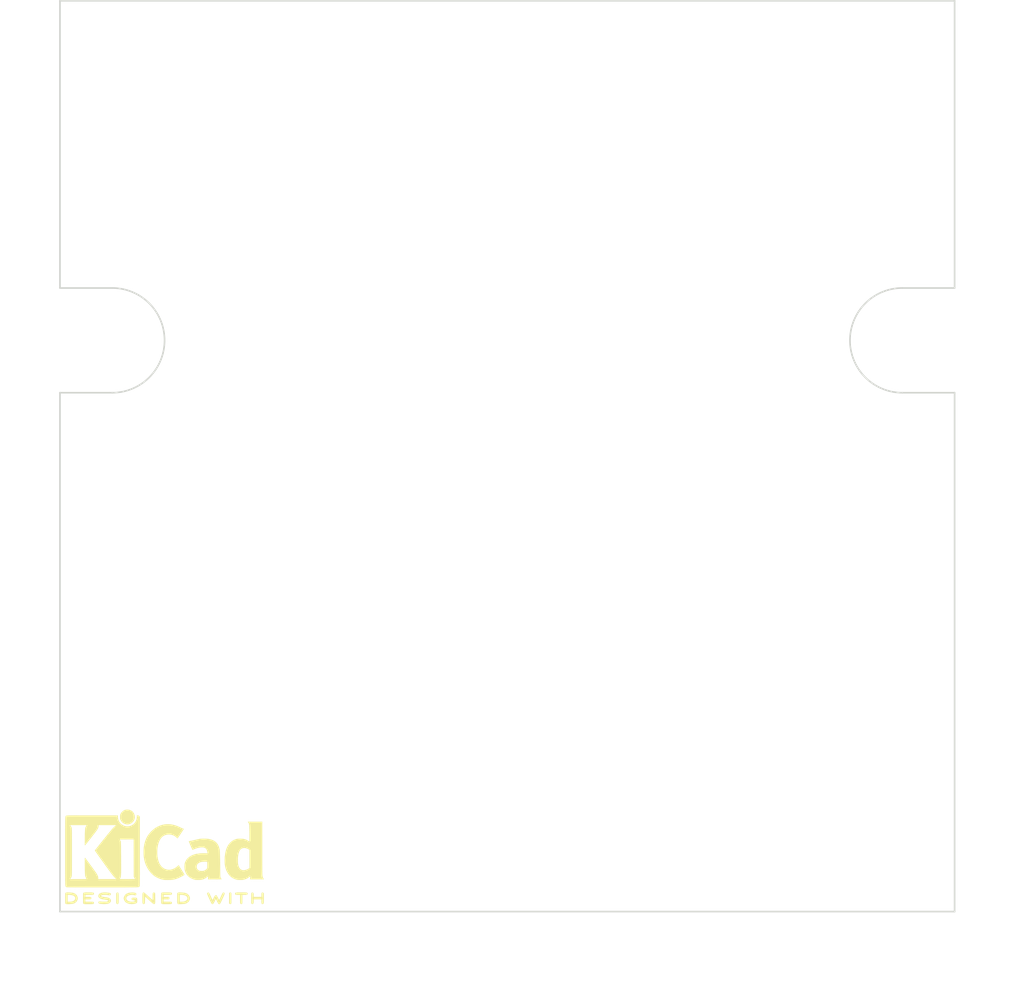
<source format=kicad_pcb>
(kicad_pcb (version 20221018) (generator pcbnew)
  (title_block (title "Enter Title On Page Setting Dialog") (rev "1") (company "Ashton Johnson"))
  (layers (0 "F.Cu" signal) (31 "B.Cu" signal) (35 "F.Paste" user) (37 "F.SilkS" user "F.Silkscreen") (39 "F.Mask" user) (44 "Edge.Cuts" user))
  (net 0 "")
  (footprint "Symbols:KiCad-Logo2_6mm_SilkScreen" (layer "F.Cu") (at 80 136)
    (fp_text reference "REF***" hide)
    (fp_text value "KiCad-Logo2_6mm_SilkScreen" hide)
    (fp_poly (pts (xy 4.188614 2.275877) (xy 4.212327 2.290647) (xy 4.238978 2.312227) (xy 4.238978 2.633773) (xy 4.238893 2.72783) (xy 4.238529 2.801932) (xy 4.237724 2.858704) (xy 4.236313 2.900768) (xy 4.234133 2.930748) (xy 4.231021 2.951267) (xy 4.226814 2.964949) (xy 4.221348 2.974416) (xy 4.217472 2.979082) (xy 4.186034 2.999575) (xy 4.150233 2.998739) (xy 4.118873 2.981264) (xy 4.092222 2.959684) (xy 4.092222 2.312227) (xy 4.118873 2.290647) (xy 4.144594 2.274949) (xy 4.1656 2.269067) (xy 4.188614 2.275877)) (stroke (width 0.01)) (fill solid) (layer "F.SilkS"))
    (fp_poly (pts (xy -2.923822 2.291645) (xy -2.917242 2.299218) (xy -2.912079 2.308987) (xy -2.908164 2.323571) (xy -2.905324 2.345585) (xy -2.903387 2.377648) (xy -2.902183 2.422375) (xy -2.901539 2.482385) (xy -2.901284 2.560294) (xy -2.901245 2.635956) (xy -2.901314 2.729802) (xy -2.901638 2.803689) (xy -2.902386 2.860232) (xy -2.903732 2.902049) (xy -2.905846 2.931757) (xy -2.9089 2.951973) (xy -2.913066 2.965314) (xy -2.918516 2.974398) (xy -2.923822 2.980267) (xy -2.956826 2.999947) (xy -2.991991 2.998181) (xy -3.023455 2.976717) (xy -3.030684 2.968337) (xy -3.036334 2.958614) (xy -3.040599 2.944861) (xy -3.043673 2.924389) (xy -3.045752 2.894512) (xy -3.04703 2.852541) (xy -3.047701 2.795789) (xy -3.047959 2.721567) (xy -3.048 2.637537) (xy -3.048 2.324485) (xy -3.020291 2.296776) (xy -2.986137 2.273463) (xy -2.953006 2.272623) (xy -2.923822 2.291645)) (stroke (width 0.01)) (fill solid) (layer "F.SilkS"))
    (fp_poly (pts (xy -2.273043 -2.973429) (xy -2.176768 -2.949191) (xy -2.090184 -2.906359) (xy -2.015373 -2.846581) (xy -1.954418 -2.771506) (xy -1.909399 -2.68278) (xy -1.883136 -2.58647) (xy -1.877286 -2.489205) (xy -1.89214 -2.395346) (xy -1.92584 -2.307489) (xy -1.976528 -2.22823) (xy -2.042345 -2.160164) (xy -2.121434 -2.105888) (xy -2.211934 -2.067998) (xy -2.2632 -2.055574) (xy -2.307698 -2.048053) (xy -2.341999 -2.045081) (xy -2.37496 -2.046906) (xy -2.415434 -2.053775) (xy -2.448531 -2.06075) (xy -2.541947 -2.092259) (xy -2.625619 -2.143383) (xy -2.697665 -2.212571) (xy -2.7562 -2.298272) (xy -2.770148 -2.325511) (xy -2.786586 -2.361878) (xy -2.796894 -2.392418) (xy -2.80246 -2.42455) (xy -2.804669 -2.465693) (xy -2.804948 -2.511778) (xy -2.800861 -2.596135) (xy -2.787446 -2.665414) (xy -2.762256 -2.726039) (xy -2.722846 -2.784433) (xy -2.684298 -2.828698) (xy -2.612406 -2.894516) (xy -2.537313 -2.939947) (xy -2.454562 -2.96715) (xy -2.376928 -2.977424) (xy -2.273043 -2.973429)) (stroke (width 0.01)) (fill solid) (layer "F.SilkS"))
    (fp_poly (pts (xy 4.963065 2.269163) (xy 5.041772 2.269542) (xy 5.102863 2.270333) (xy 5.148817 2.27167) (xy 5.182114 2.273683) (xy 5.205236 2.276506) (xy 5.220662 2.280269) (xy 5.230871 2.285105) (xy 5.235813 2.288822) (xy 5.261457 2.321358) (xy 5.264559 2.355138) (xy 5.248711 2.385826) (xy 5.238348 2.398089) (xy 5.227196 2.40645) (xy 5.211035 2.411657) (xy 5.185642 2.414457) (xy 5.146798 2.415596) (xy 5.09028 2.415821) (xy 5.07918 2.415822) (xy 4.933244 2.415822) (xy 4.933244 2.686756) (xy 4.933148 2.772154) (xy 4.932711 2.837864) (xy 4.931712 2.886774) (xy 4.929928 2.921773) (xy 4.927137 2.945749) (xy 4.923117 2.961593) (xy 4.917645 2.972191) (xy 4.910666 2.980267) (xy 4.877734 3.000112) (xy 4.843354 2.998548) (xy 4.812176 2.975906) (xy 4.809886 2.9731) (xy 4.802429 2.962492) (xy 4.796747 2.950081) (xy 4.792601 2.93285) (xy 4.78975 2.907784) (xy 4.787954 2.871867) (xy 4.786972 2.822083) (xy 4.786564 2.755417) (xy 4.786489 2.679589) (xy 4.786489 2.415822) (xy 4.647127 2.415822) (xy 4.587322 2.415418) (xy 4.545918 2.41384) (xy 4.518748 2.410547) (xy 4.501646 2.404992) (xy 4.490443 2.396631) (xy 4.489083 2.395178) (xy 4.472725 2.361939) (xy 4.474172 2.324362) (xy 4.492978 2.291645) (xy 4.50025 2.285298) (xy 4.509627 2.280266) (xy 4.523609 2.276396) (xy 4.544696 2.273537) (xy 4.575389 2.271535) (xy 4.618189 2.270239) (xy 4.675595 2.269498) (xy 4.75011 2.269158) (xy 4.844233 2.269068) (xy 4.86426 2.269067) (xy 4.963065 2.269163)) (stroke (width 0.01)) (fill solid) (layer "F.SilkS"))
    (fp_poly (pts (xy 6.228823 2.274533) (xy 6.260202 2.296776) (xy 6.287911 2.324485) (xy 6.287911 2.63392) (xy 6.287838 2.725799) (xy 6.287495 2.79784) (xy 6.286692 2.85278) (xy 6.285241 2.89336) (xy 6.282952 2.922317) (xy 6.279636 2.942391) (xy 6.275105 2.956321) (xy 6.269169 2.966845) (xy 6.264514 2.9731) (xy 6.233783 2.997673) (xy 6.198496 3.000341) (xy 6.166245 2.985271) (xy 6.155588 2.976374) (xy 6.148464 2.964557) (xy 6.144167 2.945526) (xy 6.141991 2.914992) (xy 6.141228 2.868662) (xy 6.141155 2.832871) (xy 6.141155 2.698045) (xy 5.644444 2.698045) (xy 5.644444 2.8207) (xy 5.643931 2.876787) (xy 5.641876 2.915333) (xy 5.637508 2.941361) (xy 5.630056 2.959897) (xy 5.621047 2.9731) (xy 5.590144 2.997604) (xy 5.555196 3.000506) (xy 5.521738 2.983089) (xy 5.512604 2.973959) (xy 5.506152 2.961855) (xy 5.501897 2.943001) (xy 5.499352 2.91362) (xy 5.498029 2.869937) (xy 5.497443 2.808175) (xy 5.497375 2.794) (xy 5.496891 2.677631) (xy 5.496641 2.581727) (xy 5.496723 2.504177) (xy 5.497231 2.442869) (xy 5.498262 2.39569) (xy 5.499913 2.36053) (xy 5.502279 2.335276) (xy 5.505457 2.317817) (xy 5.509544 2.306041) (xy 5.514634 2.297835) (xy 5.520266 2.291645) (xy 5.552128 2.271844) (xy 5.585357 2.274533) (xy 5.616735 2.296776) (xy 5.629433 2.311126) (xy 5.637526 2.326978) (xy 5.642042 2.349554) (xy 5.644006 2.384078) (xy 5.644444 2.435776) (xy 5.644444 2.551289) (xy 6.141155 2.551289) (xy 6.141155 2.432756) (xy 6.141662 2.378148) (xy 6.143698 2.341275) (xy 6.148035 2.317307) (xy 6.155447 2.301415) (xy 6.163733 2.291645) (xy 6.195594 2.271844) (xy 6.228823 2.274533)) (stroke (width 0.01)) (fill solid) (layer "F.SilkS"))
    (fp_poly (pts (xy 1.018309 2.269275) (xy 1.147288 2.273636) (xy 1.256991 2.286861) (xy 1.349226 2.309741) (xy 1.425802 2.34307) (xy 1.488527 2.387638) (xy 1.539212 2.444236) (xy 1.579663 2.513658) (xy 1.580459 2.515351) (xy 1.604601 2.577483) (xy 1.613203 2.632509) (xy 1.606231 2.687887) (xy 1.583654 2.751073) (xy 1.579372 2.760689) (xy 1.550172 2.816966) (xy 1.517356 2.860451) (xy 1.475002 2.897417) (xy 1.41719 2.934135) (xy 1.413831 2.936052) (xy 1.363504 2.960227) (xy 1.306621 2.978282) (xy 1.239527 2.990839) (xy 1.158565 2.998522) (xy 1.060082 3.001953) (xy 1.025286 3.002251) (xy 0.859594 3.002845) (xy 0.836197 2.9731) (xy 0.829257 2.963319) (xy 0.823842 2.951897) (xy 0.819765 2.936095) (xy 0.816837 2.913175) (xy 0.814867 2.880396) (xy 0.814225 2.856089) (xy 0.970844 2.856089) (xy 1.064726 2.856089) (xy 1.119664 2.854483) (xy 1.17606 2.850255) (xy 1.222345 2.844292) (xy 1.225139 2.84379) (xy 1.307348 2.821736) (xy 1.371114 2.7886) (xy 1.418452 2.742847) (xy 1.451382 2.682939) (xy 1.457108 2.667061) (xy 1.462721 2.642333) (xy 1.460291 2.617902) (xy 1.448467 2.5854) (xy 1.44134 2.569434) (xy 1.418 2.527006) (xy 1.38988 2.49724) (xy 1.35894 2.476511) (xy 1.296966 2.449537) (xy 1.217651 2.429998) (xy 1.125253 2.418746) (xy 1.058333 2.41627) (xy 0.970844 2.415822) (xy 0.970844 2.856089) (xy 0.814225 2.856089) (xy 0.813668 2.835021) (xy 0.81305 2.774311) (xy 0.812825 2.695526) (xy 0.8128 2.63392) (xy 0.8128 2.324485) (xy 0.840509 2.296776) (xy 0.852806 2.285544) (xy 0.866103 2.277853) (xy 0.884672 2.27304) (xy 0.912786 2.270446) (xy 0.954717 2.26941) (xy 1.014737 2.26927) (xy 1.018309 2.269275)) (stroke (width 0.01)) (fill solid) (layer "F.SilkS"))
    (fp_poly (pts (xy -6.121371 2.269066) (xy -6.081889 2.269467) (xy -5.9662 2.272259) (xy -5.869311 2.28055) (xy -5.787919 2.295232) (xy -5.718723 2.317193) (xy -5.65842 2.347322) (xy -5.603708 2.38651) (xy -5.584167 2.403532) (xy -5.55175 2.443363) (xy -5.52252 2.497413) (xy -5.499991 2.557323) (xy -5.487679 2.614739) (xy -5.4864 2.635956) (xy -5.494417 2.694769) (xy -5.515899 2.759013) (xy -5.546999 2.819821) (xy -5.583866 2.86833) (xy -5.589854 2.874182) (xy -5.640579 2.915321) (xy -5.696125 2.947435) (xy -5.759696 2.971365) (xy -5.834494 2.987953) (xy -5.923722 2.998041) (xy -6.030582 3.002469) (xy -6.079528 3.002845) (xy -6.141762 3.002545) (xy -6.185528 3.001292) (xy -6.214931 2.998554) (xy -6.234079 2.993801) (xy -6.247077 2.986501) (xy -6.254045 2.980267) (xy -6.260626 2.972694) (xy -6.265788 2.962924) (xy -6.269703 2.94834) (xy -6.272543 2.926326) (xy -6.27448 2.894264) (xy -6.275684 2.849536) (xy -6.276328 2.789526) (xy -6.276583 2.711617) (xy -6.276622 2.635956) (xy -6.27687 2.535041) (xy -6.276817 2.454427) (xy -6.275857 2.415822) (xy -6.129867 2.415822) (xy -6.129867 2.856089) (xy -6.036734 2.856004) (xy -5.980693 2.854396) (xy -5.921999 2.850256) (xy -5.873028 2.844464) (xy -5.871538 2.844226) (xy -5.792392 2.82509) (xy -5.731002 2.795287) (xy -5.684305 2.752878) (xy -5.654635 2.706961) (xy -5.636353 2.656026) (xy -5.637771 2.6082) (xy -5.658988 2.556933) (xy -5.700489 2.503899) (xy -5.757998 2.4646) (xy -5.83275 2.438331) (xy -5.882708 2.429035) (xy -5.939416 2.422507) (xy -5.999519 2.417782) (xy -6.050639 2.415817) (xy -6.053667 2.415808) (xy -6.129867 2.415822) (xy -6.275857 2.415822) (xy -6.27526 2.391851) (xy -6.270998 2.345055) (xy -6.26283 2.311778) (xy -6.249556 2.289759) (xy -6.229974 2.276739) (xy -6.202883 2.270457) (xy -6.167082 2.268653) (xy -6.121371 2.269066)) (stroke (width 0.01)) (fill solid) (layer "F.SilkS"))
    (fp_poly (pts (xy -1.300114 2.273448) (xy -1.276548 2.287273) (xy -1.245735 2.309881) (xy -1.206078 2.342338) (xy -1.15598 2.385708) (xy -1.093843 2.441058) (xy -1.018072 2.509451) (xy -0.931334 2.588084) (xy -0.750711 2.751878) (xy -0.745067 2.532029) (xy -0.743029 2.456351) (xy -0.741063 2.399994) (xy -0.738734 2.359706) (xy -0.735606 2.332235) (xy -0.731245 2.314329) (xy -0.725216 2.302737) (xy -0.717084 2.294208) (xy -0.712772 2.290623) (xy -0.678241 2.27167) (xy -0.645383 2.274441) (xy -0.619318 2.290633) (xy -0.592667 2.312199) (xy -0.589352 2.627151) (xy -0.588435 2.719779) (xy -0.587968 2.792544) (xy -0.588113 2.848161) (xy -0.589032 2.889342) (xy -0.590887 2.918803) (xy -0.593839 2.939255) (xy -0.59805 2.953413) (xy -0.603682 2.963991) (xy -0.609927 2.972474) (xy -0.623439 2.988207) (xy -0.636883 2.998636) (xy -0.652124 3.002639) (xy -0.671026 2.999094) (xy -0.695455 2.986879) (xy -0.727273 2.964871) (xy -0.768348 2.931949) (xy -0.820542 2.886991) (xy -0.885722 2.828875) (xy -0.959556 2.762099) (xy -1.224845 2.521458) (xy -1.230489 2.740589) (xy -1.232531 2.816128) (xy -1.234502 2.872354) (xy -1.236839 2.912524) (xy -1.239981 2.939896) (xy -1.244364 2.957728) (xy -1.250424 2.969279) (xy -1.2586 2.977807) (xy -1.262784 2.981282) (xy -1.299765 3.000372) (xy -1.334708 2.997493) (xy -1.365136 2.9731) (xy -1.372097 2.963286) (xy -1.377523 2.951826) (xy -1.381603 2.935968) (xy -1.384529 2.912963) (xy -1.386492 2.880062) (xy -1.387683 2.834516) (xy -1.388292 2.773573) (xy -1.388511 2.694486) (xy -1.388534 2.635956) (xy -1.38846 2.544407) (xy -1.388113 2.472687) (xy -1.387301 2.418045) (xy -1.385833 2.377732) (xy -1.383519 2.348998) (xy -1.380167 2.329093) (xy -1.375588 2.315268) (xy -1.369589 2.304772) (xy -1.365136 2.298811) (xy -1.35385 2.284691) (xy -1.343301 2.274029) (xy -1.331893 2.267892) (xy -1.31803 2.267343) (xy -1.300114 2.273448)) (stroke (width 0.01)) (fill solid) (layer "F.SilkS"))
    (fp_poly (pts (xy -1.950081 2.274599) (xy -1.881565 2.286095) (xy -1.828943 2.303967) (xy -1.794708 2.327499) (xy -1.785379 2.340924) (xy -1.775893 2.372148) (xy -1.782277 2.400395) (xy -1.80243 2.427182) (xy -1.833745 2.439713) (xy -1.879183 2.438696) (xy -1.914326 2.431906) (xy -1.992419 2.418971) (xy -2.072226 2.417742) (xy -2.161555 2.428241) (xy -2.186229 2.43269) (xy -2.269291 2.456108) (xy -2.334273 2.490945) (xy -2.380461 2.536604) (xy -2.407145 2.592494) (xy -2.412663 2.621388) (xy -2.409051 2.680012) (xy -2.385729 2.731879) (xy -2.344824 2.775978) (xy -2.288459 2.811299) (xy -2.21876 2.836829) (xy -2.137852 2.851559) (xy -2.04786 2.854478) (xy -1.95091 2.844575) (xy -1.945436 2.843641) (xy -1.906875 2.836459) (xy -1.885494 2.829521) (xy -1.876227 2.819227) (xy -1.874006 2.801976) (xy -1.873956 2.792841) (xy -1.873956 2.754489) (xy -1.942431 2.754489) (xy -2.0029 2.750347) (xy -2.044165 2.737147) (xy -2.068175 2.71373) (xy -2.076877 2.678936) (xy -2.076983 2.674394) (xy -2.071892 2.644654) (xy -2.054433 2.623419) (xy -2.021939 2.609366) (xy -1.971743 2.601173) (xy -1.923123 2.598161) (xy -1.852456 2.596433) (xy -1.801198 2.59907) (xy -1.766239 2.6088) (xy -1.74447 2.628353) (xy -1.73278 2.660456) (xy -1.72806 2.707838) (xy -1.7272 2.770071) (xy -1.728609 2.839535) (xy -1.732848 2.886786) (xy -1.739936 2.912012) (xy -1.741311 2.913988) (xy -1.780228 2.945508) (xy -1.837286 2.97047) (xy -1.908869 2.98834) (xy -1.991358 2.998586) (xy -2.081139 3.000673) (xy -2.174592 2.994068) (xy -2.229556 2.985956) (xy -2.315766 2.961554) (xy -2.395892 2.921662) (xy -2.462977 2.869887) (xy -2.473173 2.859539) (xy -2.506302 2.816035) (xy -2.536194 2.762118) (xy -2.559357 2.705592) (xy -2.572298 2.654259) (xy -2.573858 2.634544) (xy -2.567218 2.593419) (xy -2.549568 2.542252) (xy -2.524297 2.488394) (xy -2.494789 2.439195) (xy -2.468719 2.406334) (xy -2.407765 2.357452) (xy -2.328969 2.318545) (xy -2.235157 2.290494) (xy -2.12915 2.274179) (xy -2.032 2.270192) (xy -1.950081 2.274599)) (stroke (width 0.01)) (fill solid) (layer "F.SilkS"))
    (fp_poly (pts (xy 0.230343 2.26926) (xy 0.306701 2.270174) (xy 0.365217 2.272311) (xy 0.408255 2.276175) (xy 0.438183 2.282267) (xy 0.457368 2.29109) (xy 0.468176 2.303146) (xy 0.472973 2.318939) (xy 0.474127 2.33897) (xy 0.474133 2.341335) (xy 0.473131 2.363992) (xy 0.468396 2.381503) (xy 0.457333 2.394574) (xy 0.437348 2.403913) (xy 0.405846 2.410227) (xy 0.360232 2.414222) (xy 0.297913 2.416606) (xy 0.216293 2.418086) (xy 0.191277 2.418414) (xy -0.0508 2.421467) (xy -0.054186 2.486378) (xy -0.057571 2.551289) (xy 0.110576 2.551289) (xy 0.176266 2.551531) (xy 0.223172 2.552556) (xy 0.255083 2.554811) (xy 0.275791 2.558742) (xy 0.289084 2.564798) (xy 0.298755 2.573424) (xy 0.298817 2.573493) (xy 0.316356 2.607112) (xy 0.315722 2.643448) (xy 0.297314 2.674423) (xy 0.293671 2.677607) (xy 0.280741 2.685812) (xy 0.263024 2.691521) (xy 0.23657 2.695162) (xy 0.197432 2.697167) (xy 0.141662 2.697964) (xy 0.105994 2.698045) (xy -0.056445 2.698045) (xy -0.056445 2.856089) (xy 0.190161 2.856089) (xy 0.27158 2.856231) (xy 0.33341 2.856814) (xy 0.378637 2.858068) (xy 0.410248 2.860227) (xy 0.431231 2.863523) (xy 0.444573 2.868189) (xy 0.453261 2.874457) (xy 0.45545 2.876733) (xy 0.471614 2.90828) (xy 0.472797 2.944168) (xy 0.459536 2.975285) (xy 0.449043 2.985271) (xy 0.438129 2.990769) (xy 0.421217 2.995022) (xy 0.395633 2.99818) (xy 0.358701 3.000392) (xy 0.307746 3.001806) (xy 0.240094 3.002572) (xy 0.153069 3.002838) (xy 0.133394 3.002845) (xy 0.044911 3.002787) (xy -0.023773 3.002467) (xy -0.075436 3.001667) (xy -0.112855 3.000167) (xy -0.13881 2.997749) (xy -0.156078 2.994194) (xy -0.167438 2.989282) (xy -0.175668 2.982795) (xy -0.180183 2.978138) (xy -0.186979 2.969889) (xy -0.192288 2.959669) (xy -0.196294 2.9448) (xy -0.199179 2.922602) (xy -0.201126 2.890393) (xy -0.202319 2.845496) (xy -0.202939 2.785228) (xy -0.203171 2.706911) (xy -0.2032 2.640994) (xy -0.203129 2.548628) (xy -0.202792 2.476117) (xy -0.202002 2.420737) (xy -0.200574 2.379765) (xy -0.198321 2.350478) (xy -0.195057 2.330153) (xy -0.190596 2.316066) (xy -0.184752 2.305495) (xy -0.179803 2.298811) (xy -0.156406 2.269067) (xy 0.133774 2.269067) (xy 0.230343 2.26926)) (stroke (width 0.01)) (fill solid) (layer "F.SilkS"))
    (fp_poly (pts (xy -4.712794 2.269146) (xy -4.643386 2.269518) (xy -4.590997 2.270385) (xy -4.552847 2.271946) (xy -4.526159 2.274403) (xy -4.508153 2.277957) (xy -4.496049 2.28281) (xy -4.487069 2.289161) (xy -4.483818 2.292084) (xy -4.464043 2.323142) (xy -4.460482 2.358828) (xy -4.473491 2.39051) (xy -4.479506 2.396913) (xy -4.489235 2.403121) (xy -4.504901 2.40791) (xy -4.529408 2.411514) (xy -4.565661 2.414164) (xy -4.616565 2.416095) (xy -4.685026 2.417539) (xy -4.747617 2.418418) (xy -4.995334 2.421467) (xy -4.998719 2.486378) (xy -5.002105 2.551289) (xy -4.833958 2.551289) (xy -4.760959 2.551919) (xy -4.707517 2.554553) (xy -4.670628 2.560309) (xy -4.647288 2.570304) (xy -4.634494 2.585656) (xy -4.629242 2.607482) (xy -4.628445 2.627738) (xy -4.630923 2.652592) (xy -4.640277 2.670906) (xy -4.659383 2.683637) (xy -4.691118 2.691741) (xy -4.738359 2.696176) (xy -4.803983 2.697899) (xy -4.839801 2.698045) (xy -5.000978 2.698045) (xy -5.000978 2.856089) (xy -4.752622 2.856089) (xy -4.671213 2.856202) (xy -4.609342 2.856712) (xy -4.563968 2.85787) (xy -4.532054 2.85993) (xy -4.510559 2.863146) (xy -4.496443 2.867772) (xy -4.486668 2.874059) (xy -4.481689 2.878667) (xy -4.46461 2.90556) (xy -4.459111 2.929467) (xy -4.466963 2.958667) (xy -4.481689 2.980267) (xy -4.489546 2.987066) (xy -4.499688 2.992346) (xy -4.514844 2.996298) (xy -4.537741 2.999113) (xy -4.571109 3.000982) (xy -4.617675 3.002098) (xy -4.680167 3.002651) (xy -4.761314 3.002833) (xy -4.803422 3.002845) (xy -4.893598 3.002765) (xy -4.963924 3.002398) (xy -5.017129 3.001552) (xy -5.05594 3.000036) (xy -5.083087 2.997659) (xy -5.101298 2.994229) (xy -5.1133 2.989554) (xy -5.121822 2.983444) (xy -5.125156 2.980267) (xy -5.131755 2.97267) (xy -5.136927 2.96287) (xy -5.140846 2.948239) (xy -5.143684 2.926152) (xy -5.145615 2.893982) (xy -5.146812 2.849103) (xy -5.147448 2.788889) (xy -5.147697 2.710713) (xy -5.147734 2.637923) (xy -5.1477 2.544707) (xy -5.147465 2.471431) (xy -5.14683 2.415458) (xy -5.145594 2.374151) (xy -5.143556 2.344872) (xy -5.140517 2.324984) (xy -5.136277 2.31185) (xy -5.130635 2.302832) (xy -5.123391 2.295293) (xy -5.121606 2.293612) (xy -5.112945 2.286172) (xy -5.102882 2.280409) (xy -5.088625 2.276112) (xy -5.067383 2.273064) (xy -5.036364 2.271051) (xy -4.992777 2.26986) (xy -4.933831 2.269275) (xy -4.856734 2.269083) (xy -4.802001 2.269067) (xy -4.712794 2.269146)) (stroke (width 0.01)) (fill solid) (layer "F.SilkS"))
    (fp_poly (pts (xy 3.744665 2.271034) (xy 3.764255 2.278035) (xy 3.76501 2.278377) (xy 3.791613 2.298678) (xy 3.80627 2.319561) (xy 3.809138 2.329352) (xy 3.808996 2.342361) (xy 3.804961 2.360895) (xy 3.796146 2.387257) (xy 3.781669 2.423752) (xy 3.760645 2.472687) (xy 3.732188 2.536365) (xy 3.695415 2.617093) (xy 3.675175 2.661216) (xy 3.638625 2.739985) (xy 3.604315 2.812423) (xy 3.573552 2.87588) (xy 3.547648 2.927708) (xy 3.52791 2.965259) (xy 3.51565 2.985884) (xy 3.513224 2.988733) (xy 3.482183 3.001302) (xy 3.447121 2.999619) (xy 3.419 2.984332) (xy 3.417854 2.983089) (xy 3.406668 2.966154) (xy 3.387904 2.93317) (xy 3.363875 2.88838) (xy 3.336897 2.836032) (xy 3.327201 2.816742) (xy 3.254014 2.67015) (xy 3.17424 2.829393) (xy 3.145767 2.884415) (xy 3.11935 2.932132) (xy 3.097148 2.968893) (xy 3.081319 2.991044) (xy 3.075954 2.995741) (xy 3.034257 3.002102) (xy 2.999849 2.988733) (xy 2.989728 2.974446) (xy 2.972214 2.942692) (xy 2.948735 2.896597) (xy 2.92072 2.839285) (xy 2.889599 2.77388) (xy 2.856799 2.703507) (xy 2.82375 2.631291) (xy 2.791881 2.560355) (xy 2.762619 2.493825) (xy 2.737395 2.434826) (xy 2.717636 2.386481) (xy 2.704772 2.351915) (xy 2.700231 2.334253) (xy 2.700277 2.333613) (xy 2.711326 2.311388) (xy 2.73341 2.288753) (xy 2.73471 2.287768) (xy 2.761853 2.272425) (xy 2.786958 2.272574) (xy 2.796368 2.275466) (xy 2.807834 2.281718) (xy 2.82001 2.294014) (xy 2.834357 2.314908) (xy 2.852336 2.346949) (xy 2.875407 2.392688) (xy 2.90503 2.454677) (xy 2.931745 2.511898) (xy 2.96248 2.578226) (xy 2.990021 2.637874) (xy 3.012938 2.687725) (xy 3.029798 2.724664) (xy 3.039173 2.745573) (xy 3.04054 2.748845) (xy 3.046689 2.743497) (xy 3.060822 2.721109) (xy 3.081057 2.684946) (xy 3.105515 2.638277) (xy 3.115248 2.619022) (xy 3.148217 2.554004) (xy 3.173643 2.506654) (xy 3.193612 2.474219) (xy 3.21021 2.453946) (xy 3.225524 2.443082) (xy 3.24164 2.438875) (xy 3.252143 2.4384) (xy 3.27067 2.440042) (xy 3.286904 2.446831) (xy 3.303035 2.461566) (xy 3.321251 2.487044) (xy 3.343739 2.526061) (xy 3.372689 2.581414) (xy 3.388662 2.612903) (xy 3.41457 2.663087) (xy 3.437167 2.704704) (xy 3.454458 2.734242) (xy 3.46445 2.748189) (xy 3.465809 2.74877) (xy 3.472261 2.737793) (xy 3.486708 2.70929) (xy 3.507703 2.666244) (xy 3.533797 2.611638) (xy 3.563546 2.548454) (xy 3.57818 2.517071) (xy 3.61625 2.436078) (xy 3.646905 2.373756) (xy 3.671737 2.328071) (xy 3.692337 2.296989) (xy 3.710298 2.278478) (xy 3.72721 2.270504) (xy 3.744665 2.271034)) (stroke (width 0.01)) (fill solid) (layer "F.SilkS"))
    (fp_poly (pts (xy -3.691703 2.270351) (xy -3.616888 2.275581) (xy -3.547306 2.28375) (xy -3.487002 2.29455) (xy -3.44002 2.307673) (xy -3.410406 2.322813) (xy -3.40586 2.327269) (xy -3.390054 2.36185) (xy -3.394847 2.397351) (xy -3.419364 2.427725) (xy -3.420534 2.428596) (xy -3.434954 2.437954) (xy -3.450008 2.442876) (xy -3.471005 2.443473) (xy -3.503257 2.439861) (xy -3.552073 2.432154) (xy -3.556 2.431505) (xy -3.628739 2.422569) (xy -3.707217 2.418161) (xy -3.785927 2.418119) (xy -3.859361 2.422279) (xy -3.922011 2.430479) (xy -3.96837 2.442557) (xy -3.971416 2.443771) (xy -4.005048 2.462615) (xy -4.016864 2.481685) (xy -4.007614 2.500439) (xy -3.978047 2.518337) (xy -3.928911 2.534837) (xy -3.860957 2.549396) (xy -3.815645 2.556406) (xy -3.721456 2.569889) (xy -3.646544 2.582214) (xy -3.587717 2.594449) (xy -3.541785 2.607661) (xy -3.505555 2.622917) (xy -3.475838 2.641285) (xy -3.449442 2.663831) (xy -3.42823 2.685971) (xy -3.403065 2.716819) (xy -3.390681 2.743345) (xy -3.386808 2.776026) (xy -3.386667 2.787995) (xy -3.389576 2.827712) (xy -3.401202 2.857259) (xy -3.421323 2.883486) (xy -3.462216 2.923576) (xy -3.507817 2.954149) (xy -3.561513 2.976203) (xy -3.626692 2.990735) (xy -3.706744 2.998741) (xy -3.805057 3.001218) (xy -3.821289 3.001177) (xy -3.886849 2.999818) (xy -3.951866 2.99673) (xy -4.009252 2.992356) (xy -4.051922 2.98714) (xy -4.055372 2.986541) (xy -4.097796 2.976491) (xy -4.13378 2.963796) (xy -4.15415 2.95219) (xy -4.173107 2.921572) (xy -4.174427 2.885918) (xy -4.158085 2.854144) (xy -4.154429 2.850551) (xy -4.139315 2.839876) (xy -4.120415 2.835276) (xy -4.091162 2.836059) (xy -4.055651 2.840127) (xy -4.01597 2.843762) (xy -3.960345 2.846828) (xy -3.895406 2.849053) (xy -3.827785 2.850164) (xy -3.81 2.850237) (xy -3.742128 2.849964) (xy -3.692454 2.848646) (xy -3.65661 2.845827) (xy -3.630224 2.84105) (xy -3.608926 2.833857) (xy -3.596126 2.827867) (xy -3.568 2.811233) (xy -3.550068 2.796168) (xy -3.547447 2.791897) (xy -3.552976 2.774263) (xy -3.57926 2.757192) (xy -3.624478 2.741458) (xy -3.686808 2.727838) (xy -3.705171 2.724804) (xy -3.80109 2.709738) (xy -3.877641 2.697146) (xy -3.93778 2.686111) (xy -3.98446 2.67572) (xy -4.020637 2.665056) (xy -4.049265 2.653205) (xy -4.073298 2.639251) (xy -4.095692 2.622281) (xy -4.119402 2.601378) (xy -4.12738 2.594049) (xy -4.155353 2.566699) (xy -4.17016 2.545029) (xy -4.175952 2.520232) (xy -4.176889 2.488983) (xy -4.166575 2.427705) (xy -4.135752 2.37564) (xy -4.084595 2.332958) (xy -4.013283 2.299825) (xy -3.9624 2.284964) (xy -3.9071 2.275366) (xy -3.840853 2.269936) (xy -3.767706 2.268367) (xy -3.691703 2.270351)) (stroke (width 0.01)) (fill solid) (layer "F.SilkS"))
    (fp_poly (pts (xy 0.328429 -2.050929) (xy 0.48857 -2.029755) (xy 0.65251 -1.989615) (xy 0.822313 -1.930111) (xy 1.000043 -1.850846) (xy 1.01131 -1.845301) (xy 1.069005 -1.817275) (xy 1.120552 -1.793198) (xy 1.162191 -1.774751) (xy 1.190162 -1.763614) (xy 1.199733 -1.761067) (xy 1.21895 -1.756059) (xy 1.223561 -1.751853) (xy 1.218458 -1.74142) (xy 1.202418 -1.715132) (xy 1.177288 -1.675743) (xy 1.144914 -1.626009) (xy 1.107143 -1.568685) (xy 1.065822 -1.506524) (xy 1.022798 -1.442282) (xy 0.979917 -1.378715) (xy 0.939026 -1.318575) (xy 0.901971 -1.26462) (xy 0.8706 -1.219603) (xy 0.846759 -1.186279) (xy 0.832294 -1.167403) (xy 0.830309 -1.165213) (xy 0.820191 -1.169862) (xy 0.79785 -1.187038) (xy 0.76728 -1.21356) (xy 0.751536 -1.228036) (xy 0.655047 -1.303318) (xy 0.548336 -1.358759) (xy 0.432832 -1.393859) (xy 0.309962 -1.40812) (xy 0.240561 -1.406949) (xy 0.119423 -1.389788) (xy 0.010205 -1.353906) (xy -0.087418 -1.299041) (xy -0.173772 -1.22493) (xy -0.249185 -1.131312) (xy -0.313982 -1.017924) (xy -0.351399 -0.931333) (xy -0.395252 -0.795634) (xy -0.427572 -0.64815) (xy -0.448443 -0.492686) (xy -0.457949 -0.333044) (xy -0.456173 -0.173027) (xy -0.443197 -0.016439) (xy -0.419106 0.132918) (xy -0.383982 0.27124) (xy -0.337908 0.394724) (xy -0.321627 0.428978) (xy -0.25338 0.543064) (xy -0.172921 0.639557) (xy -0.08143 0.71767) (xy 0.019911 0.776617) (xy 0.12992 0.815612) (xy 0.247415 0.833868) (xy 0.288883 0.835211) (xy 0.410441 0.82429) (xy 0.530878 0.791474) (xy 0.648666 0.737439) (xy 0.762277 0.662865) (xy 0.853685 0.584539) (xy 0.900215 0.540008) (xy 1.081483 0.837271) (xy 1.12658 0.911433) (xy 1.167819 0.979646) (xy 1.203735 1.039459) (xy 1.232866 1.08842) (xy 1.25375 1.124079) (xy 1.264924 1.143984) (xy 1.266375 1.147079) (xy 1.258146 1.156718) (xy 1.232567 1.173999) (xy 1.192873 1.197283) (xy 1.142297 1.224934) (xy 1.084074 1.255315) (xy 1.021437 1.28679) (xy 0.957621 1.317722) (xy 0.89586 1.346473) (xy 0.839388 1.371408) (xy 0.791438 1.390889) (xy 0.767986 1.399318) (xy 0.634221 1.437133) (xy 0.496327 1.462136) (xy 0.348622 1.47514) (xy 0.221833 1.477468) (xy 0.153878 1.476373) (xy 0.088277 1.474275) (xy 0.030847 1.471434) (xy -0.012597 1.468106) (xy -0.026702 1.466422) (xy -0.165716 1.437587) (xy -0.307243 1.392468) (xy -0.444725 1.33375) (xy -0.571606 1.26412) (xy -0.649111 1.211441) (xy -0.776519 1.103239) (xy -0.894822 0.976671) (xy -1.001828 0.834866) (xy -1.095348 0.680951) (xy -1.17319 0.518053) (xy -1.217044 0.400756) (xy -1.267292 0.217128) (xy -1.300791 0.022581) (xy -1.317551 -0.178675) (xy -1.317584 -0.382432) (xy -1.300899 -0.584479) (xy -1.267507 -0.780608) (xy -1.21742 -0.966609) (xy -1.213603 -0.978197) (xy -1.150719 -1.14025) (xy -1.073972 -1.288168) (xy -0.980758 -1.426135) (xy -0.868473 -1.558339) (xy -0.824608 -1.603601) (xy -0.688466 -1.727543) (xy -0.548509 -1.830085) (xy -0.402589 -1.912344) (xy -0.248558 -1.975436) (xy -0.084268 -2.020477) (xy 0.011289 -2.037967) (xy 0.170023 -2.053534) (xy 0.328429 -2.050929)) (stroke (width 0.01)) (fill solid) (layer "F.SilkS"))
    (fp_poly (pts (xy 6.186507 -0.527755) (xy 6.186526 -0.293338) (xy 6.186552 -0.080397) (xy 6.186625 0.112168) (xy 6.186782 0.285459) (xy 6.187064 0.440576) (xy 6.187509 0.57862) (xy 6.188156 0.700692) (xy 6.189045 0.807894) (xy 6.190213 0.901326) (xy 6.191701 0.98209) (xy 6.193546 1.051286) (xy 6.195789 1.110015) (xy 6.198469 1.159379) (xy 6.201623 1.200478) (xy 6.205292 1.234413) (xy 6.209513 1.262286) (xy 6.214327 1.285198) (xy 6.219773 1.304249) (xy 6.225888 1.32054) (xy 6.232712 1.335173) (xy 6.240285 1.349249) (xy 6.248645 1.363868) (xy 6.253839 1.372974) (xy 6.288104 1.433689) (xy 5.429955 1.433689) (xy 5.429955 1.337733) (xy 5.429224 1.29437) (xy 5.427272 1.261205) (xy 5.424463 1.243424) (xy 5.423221 1.241778) (xy 5.411799 1.248662) (xy 5.389084 1.266505) (xy 5.366385 1.285879) (xy 5.3118 1.326614) (xy 5.242321 1.367617) (xy 5.16527 1.405123) (xy 5.087965 1.435364) (xy 5.057113 1.445012) (xy 4.988616 1.459578) (xy 4.905764 1.469539) (xy 4.816371 1.474583) (xy 4.728248 1.474396) (xy 4.649207 1.468666) (xy 4.611511 1.462858) (xy 4.473414 1.424797) (xy 4.346113 1.367073) (xy 4.230292 1.290211) (xy 4.126637 1.194739) (xy 4.035833 1.081179) (xy 3.969031 0.970381) (xy 3.914164 0.853625) (xy 3.872163 0.734276) (xy 3.842167 0.608283) (xy 3.823311 0.471594) (xy 3.814732 0.320158) (xy 3.814006 0.242711) (xy 3.8161 0.185934) (xy 4.645217 0.185934) (xy 4.645424 0.279002) (xy 4.648337 0.366692) (xy 4.654 0.443772) (xy 4.662455 0.505009) (xy 4.665038 0.51735) (xy 4.69684 0.624633) (xy 4.738498 0.711658) (xy 4.790363 0.778642) (xy 4.852781 0.825805) (xy 4.9261 0.853365) (xy 5.010669 0.861541) (xy 5.106835 0.850551) (xy 5.170311 0.834829) (xy 5.219454 0.816639) (xy 5.273583 0.790791) (xy 5.314244 0.767089) (xy 5.3848 0.720721) (xy 5.3848 -0.42947) (xy 5.317392 -0.473038) (xy 5.238867 -0.51396) (xy 5.154681 -0.540611) (xy 5.069557 -0.552535) (xy 4.988216 -0.549278) (xy 4.91538 -0.530385) (xy 4.883426 -0.514816) (xy 4.825501 -0.471819) (xy 4.776544 -0.415047) (xy 4.73539 -0.342425) (xy 4.700874 -0.251879) (xy 4.671833 -0.141334) (xy 4.670552 -0.135467) (xy 4.660381 -0.073212) (xy 4.652739 0.004594) (xy 4.64767 0.09272) (xy 4.645217 0.185934) (xy 3.8161 0.185934) (xy 3.821857 0.029895) (xy 3.843802 -0.165941) (xy 3.879786 -0.344668) (xy 3.929759 -0.506155) (xy 3.993668 -0.650274) (xy 4.071462 -0.776894) (xy 4.163089 -0.885885) (xy 4.268497 -0.977117) (xy 4.313662 -1.008068) (xy 4.414611 -1.064215) (xy 4.517901 -1.103826) (xy 4.627989 -1.127986) (xy 4.74933 -1.137781) (xy 4.841836 -1.136735) (xy 4.97149 -1.125769) (xy 5.084084 -1.103954) (xy 5.182875 -1.070286) (xy 5.271121 -1.023764) (xy 5.319986 -0.989552) (xy 5.349353 -0.967638) (xy 5.371043 -0.952667) (xy 5.379253 -0.948267) (xy 5.380868 -0.959096) (xy 5.382159 -0.989749) (xy 5.383138 -1.037474) (xy 5.383817 -1.099521) (xy 5.38421 -1.173138) (xy 5.38433 -1.255573) (xy 5.384188 -1.344075) (xy 5.383797 -1.435893) (xy 5.383171 -1.528276) (xy 5.38232 -1.618472) (xy 5.38126 -1.703729) (xy 5.380001 -1.781297) (xy 5.378556 -1.848424) (xy 5.376938 -1.902359) (xy 5.375161 -1.94035) (xy 5.374669 -1.947333) (xy 5.367092 -2.017749) (xy 5.355531 -2.072898) (xy 5.337792 -2.120019) (xy 5.311682 -2.166353) (xy 5.305415 -2.175933) (xy 5.280983 -2.212622) (xy 6.186311 -2.212622) (xy 6.186507 -0.527755)) (stroke (width 0.01)) (fill solid) (layer "F.SilkS"))
    (fp_poly (pts (xy 2.673574 -1.133448) (xy 2.825492 -1.113433) (xy 2.960756 -1.079798) (xy 3.080239 -1.032275) (xy 3.184815 -0.970595) (xy 3.262424 -0.907035) (xy 3.331265 -0.832901) (xy 3.385006 -0.753129) (xy 3.42791 -0.660909) (xy 3.443384 -0.617839) (xy 3.456244 -0.578858) (xy 3.467446 -0.542711) (xy 3.47712 -0.507566) (xy 3.485396 -0.47159) (xy 3.492403 -0.43295) (xy 3.498272 -0.389815) (xy 3.503131 -0.340351) (xy 3.50711 -0.282727) (xy 3.51034 -0.215109) (xy 3.512949 -0.135666) (xy 3.515067 -0.042564) (xy 3.516824 0.066027) (xy 3.518349 0.191942) (xy 3.519772 0.337012) (xy 3.521025 0.479778) (xy 3.522351 0.635968) (xy 3.523556 0.771239) (xy 3.524766 0.887246) (xy 3.526106 0.985645) (xy 3.5277 1.068093) (xy 3.529675 1.136246) (xy 3.532156 1.19176) (xy 3.535269 1.236292) (xy 3.539138 1.271498) (xy 3.543889 1.299034) (xy 3.549648 1.320556) (xy 3.556539 1.337722) (xy 3.564689 1.352186) (xy 3.574223 1.365606) (xy 3.585266 1.379638) (xy 3.589566 1.385071) (xy 3.605386 1.40791) (xy 3.612422 1.423463) (xy 3.612444 1.423922) (xy 3.601567 1.426121) (xy 3.570582 1.428147) (xy 3.521957 1.429942) (xy 3.458163 1.431451) (xy 3.381669 1.432616) (xy 3.294944 1.43338) (xy 3.200457 1.433686) (xy 3.18955 1.433689) (xy 2.766657 1.433689) (xy 2.763395 1.337622) (xy 2.760133 1.241556) (xy 2.698044 1.292543) (xy 2.600714 1.360057) (xy 2.490813 1.414749) (xy 2.404349 1.444978) (xy 2.335278 1.459666) (xy 2.251925 1.469659) (xy 2.162159 1.474646) (xy 2.073845 1.474313) (xy 1.994851 1.468351) (xy 1.958622 1.462638) (xy 1.818603 1.424776) (xy 1.692178 1.369932) (xy 1.58026 1.298924) (xy 1.483762 1.212568) (xy 1.4036 1.111679) (xy 1.340687 0.997076) (xy 1.296312 0.870984) (xy 1.283978 0.814401) (xy 1.276368 0.752202) (xy 1.272739 0.677363) (xy 1.272245 0.643467) (xy 1.27231 0.640282) (xy 2.032248 0.640282) (xy 2.041541 0.715333) (xy 2.069728 0.77916) (xy 2.118197 0.834798) (xy 2.123254 0.839211) (xy 2.171548 0.874037) (xy 2.223257 0.89662) (xy 2.283989 0.90854) (xy 2.359352 0.911383) (xy 2.377459 0.910978) (xy 2.431278 0.908325) (xy 2.471308 0.902909) (xy 2.506324 0.892745) (xy 2.545103 0.87585) (xy 2.555745 0.870672) (xy 2.616396 0.834844) (xy 2.663215 0.792212) (xy 2.675952 0.776973) (xy 2.720622 0.720462) (xy 2.720622 0.524586) (xy 2.720086 0.445939) (xy 2.718396 0.387988) (xy 2.715428 0.348875) (xy 2.711057 0.326741) (xy 2.706972 0.320274) (xy 2.691047 0.317111) (xy 2.657264 0.314488) (xy 2.61034 0.312655) (xy 2.554993 0.311857) (xy 2.546106 0.311842) (xy 2.42533 0.317096) (xy 2.32266 0.333263) (xy 2.236106 0.360961) (xy 2.163681 0.400808) (xy 2.108751 0.447758) (xy 2.064204 0.505645) (xy 2.03948 0.568693) (xy 2.032248 0.640282) (xy 1.27231 0.640282) (xy 1.274178 0.549712) (xy 1.282522 0.470812) (xy 1.298768 0.39959) (xy 1.324405 0.328864) (xy 1.348401 0.276493) (xy 1.40702 0.181196) (xy 1.485117 0.09317) (xy 1.580315 0.014017) (xy 1.690238 -0.05466) (xy 1.81251 -0.111259) (xy 1.944755 -0.154179) (xy 2.009422 -0.169118) (xy 2.145604 -0.191223) (xy 2.294049 -0.205806) (xy 2.445505 -0.212187) (xy 2.572064 -0.210555) (xy 2.73395 -0.203776) (xy 2.72653 -0.262755) (xy 2.707238 -0.361908) (xy 2.676104 -0.442628) (xy 2.632269 -0.505534) (xy 2.574871 -0.551244) (xy 2.503048 -0.580378) (xy 2.415941 -0.593553) (xy 2.312686 -0.591389) (xy 2.274711 -0.587388) (xy 2.13352 -0.56222) (xy 1.996707 -0.521186) (xy 1.902178 -0.483185) (xy 1.857018 -0.46381) (xy 1.818585 -0.44824) (xy 1.792234 -0.438595) (xy 1.784546 -0.436548) (xy 1.774802 -0.445626) (xy 1.758083 -0.474595) (xy 1.734232 -0.523783) (xy 1.703093 -0.593516) (xy 1.664507 -0.684121) (xy 1.65791 -0.699911) (xy 1.627853 -0.772228) (xy 1.600874 -0.837575) (xy 1.578136 -0.893094) (xy 1.560806 -0.935928) (xy 1.550048 -0.963219) (xy 1.546941 -0.972058) (xy 1.55694 -0.976813) (xy 1.583217 -0.98209) (xy 1.611489 -0.985769) (xy 1.641646 -0.990526) (xy 1.689433 -0.999972) (xy 1.750612 -1.01318) (xy 1.820946 -1.029224) (xy 1.896194 -1.04718) (xy 1.924755 -1.054203) (xy 2.029816 -1.079791) (xy 2.11748 -1.099853) (xy 2.192068 -1.115031) (xy 2.257903 -1.125965) (xy 2.319307 -1.133296) (xy 2.380602 -1.137665) (xy 2.44611 -1.139713) (xy 2.504128 -1.140111) (xy 2.673574 -1.133448)) (stroke (width 0.01)) (fill solid) (layer "F.SilkS"))
    (fp_poly (pts (xy -2.9464 -2.510946) (xy -2.935535 -2.397007) (xy -2.903918 -2.289384) (xy -2.853015 -2.190385) (xy -2.784293 -2.102316) (xy -2.699219 -2.027484) (xy -2.602232 -1.969616) (xy -2.495964 -1.929995) (xy -2.38895 -1.911427) (xy -2.2833 -1.912566) (xy -2.181125 -1.93207) (xy -2.084534 -1.968594) (xy -1.995638 -2.020795) (xy -1.916546 -2.087327) (xy -1.849369 -2.166848) (xy -1.796217 -2.258013) (xy -1.759199 -2.359477) (xy -1.740427 -2.469898) (xy -1.738489 -2.519794) (xy -1.738489 -2.607733) (xy -1.68656 -2.607733) (xy -1.650253 -2.604889) (xy -1.623355 -2.593089) (xy -1.596249 -2.569351) (xy -1.557867 -2.530969) (xy -1.557867 -0.339398) (xy -1.557876 -0.077261) (xy -1.557908 0.163241) (xy -1.557972 0.383048) (xy -1.558076 0.583101) (xy -1.558227 0.764344) (xy -1.558434 0.927716) (xy -1.558706 1.07416) (xy -1.55905 1.204617) (xy -1.559474 1.320029) (xy -1.559987 1.421338) (xy -1.560597 1.509484) (xy -1.561312 1.58541) (xy -1.56214 1.650057) (xy -1.563089 1.704367) (xy -1.564167 1.74928) (xy -1.565383 1.78574) (xy -1.566745 1.814687) (xy -1.568261 1.837063) (xy -1.569938 1.853809) (xy -1.571786 1.865868) (xy -1.573813 1.87418) (xy -1.576025 1.879687) (xy -1.577108 1.881537) (xy -1.581271 1.888549) (xy -1.584805 1.894996) (xy -1.588635 1.9009) (xy -1.593682 1.906286) (xy -1.600871 1.911178) (xy -1.611123 1.915598) (xy -1.625364 1.919572) (xy -1.644514 1.923121) (xy -1.669499 1.92627) (xy -1.70124 1.929042) (xy -1.740662 1.931461) (xy -1.788686 1.933551) (xy -1.846237 1.935335) (xy -1.914237 1.936837) (xy -1.99361 1.93808) (xy -2.085279 1.939089) (xy -2.190166 1.939885) (xy -2.309196 1.940494) (xy -2.44329 1.940939) (xy -2.593373 1.941243) (xy -2.760367 1.94143) (xy -2.945196 1.941524) (xy -3.148783 1.941548) (xy -3.37205 1.941525) (xy -3.615922 1.94148) (xy -3.881321 1.941437) (xy -3.919704 1.941432) (xy -4.186682 1.941389) (xy -4.432002 1.941318) (xy -4.656583 1.941213) (xy -4.861345 1.941066) (xy -5.047206 1.940869) (xy -5.215088 1.940616) (xy -5.365908 1.9403) (xy -5.500587 1.939913) (xy -5.620044 1.939447) (xy -5.725199 1.938897) (xy -5.816971 1.938253) (xy -5.896279 1.937511) (xy -5.964043 1.936661) (xy -6.021182 1.935697) (xy -6.068617 1.934611) (xy -6.107266 1.933397) (xy -6.138049 1.932047) (xy -6.161885 1.930555) (xy -6.179694 1.928911) (xy -6.192395 1.927111) (xy -6.200908 1.925145) (xy -6.205266 1.923477) (xy -6.213728 1.919906) (xy -6.221497 1.91727) (xy -6.228602 1.914634) (xy -6.235073 1.911062) (xy -6.240939 1.905621) (xy -6.246229 1.897375) (xy -6.250974 1.88539) (xy -6.255202 1.868731) (xy -6.258943 1.846463) (xy -6.262227 1.817652) (xy -6.265083 1.781363) (xy -6.26754 1.736661) (xy -6.269629 1.682611) (xy -6.271378 1.618279) (xy -6.272817 1.54273) (xy -6.273976 1.45503) (xy -6.274883 1.354243) (xy -6.275569 1.239434) (xy -6.276063 1.10967) (xy -6.276395 0.964015) (xy -6.276593 0.801535) (xy -6.276687 0.621295) (xy -6.276708 0.42236) (xy -6.276685 0.203796) (xy -6.276646 -0.035332) (xy -6.276622 -0.29596) (xy -6.276622 -0.338111) (xy -6.276636 -0.601008) (xy -6.276661 -0.842268) (xy -6.276671 -1.062835) (xy -6.276642 -1.263648) (xy -6.276548 -1.445651) (xy -6.276362 -1.609784) (xy -6.276059 -1.756989) (xy -6.275614 -1.888208) (xy -6.275034 -1.998133) (xy -5.972197 -1.998133) (xy -5.932407 -1.940289) (xy -5.921236 -1.924521) (xy -5.911166 -1.910559) (xy -5.902138 -1.897216) (xy -5.894097 -1.883307) (xy -5.886986 -1.867644) (xy -5.880747 -1.849042) (xy -5.875325 -1.826314) (xy -5.870662 -1.798273) (xy -5.866701 -1.763733) (xy -5.863385 -1.721508) (xy -5.860659 -1.670411) (xy -5.858464 -1.609256) (xy -5.856745 -1.536856) (xy -5.855444 -1.452025) (xy -5.854505 -1.353578) (xy -5.85387 -1.240326) (xy -5.853484 -1.111084) (xy -5.853288 -0.964666) (xy -5.853227 -0.799884) (xy -5.853243 -0.615553) (xy -5.85328 -0.410487) (xy -5.853289 -0.287867) (xy -5.853265 -0.070918) (xy -5.853231 0.124642) (xy -5.853243 0.299999) (xy -5.853358 0.456341) (xy -5.85363 0.594857) (xy -5.854118 0.716734) (xy -5.854876 0.82316) (xy -5.855962 0.915322) (xy -5.857431 0.994409) (xy -5.85934 1.061608) (xy -5.861744 1.118107) (xy -5.864701 1.165093) (xy -5.868266 1.203755) (xy -5.872495 1.23528) (xy -5.877446 1.260855) (xy -5.883173 1.28167) (xy -5.889733 1.298911) (xy -5.897183 1.313765) (xy -5.905579 1.327422) (xy -5.914976 1.341069) (xy -5.925432 1.355893) (xy -5.931523 1.364783) (xy -5.970296 1.4224) (xy -5.438732 1.4224) (xy -5.315483 1.422365) (xy -5.212987 1.422215) (xy -5.12942 1.421878) (xy -5.062956 1.421286) (xy -5.011771 1.420367) (xy -4.974041 1.419051) (xy -4.94794 1.417269) (xy -4.931644 1.414951) (xy -4.923328 1.412026) (xy -4.921168 1.408424) (xy -4.923339 1.404075) (xy -4.924535 1.402645) (xy -4.949685 1.365573) (xy -4.975583 1.312772) (xy -4.999192 1.25077) (xy -5.007461 1.224357) (xy -5.012078 1.206416) (xy -5.015979 1.185355) (xy -5.019248 1.159089) (xy -5.021966 1.125532) (xy -5.024215 1.082599) (xy -5.026077 1.028204) (xy -5.027636 0.960262) (xy -5.028972 0.876688) (xy -5.030169 0.775395) (xy -5.031308 0.6543) (xy -5.031685 0.6096) (xy -5.032702 0.484449) (xy -5.03346 0.380082) (xy -5.033903 0.294707) (xy -5.03397 0.226533) (xy -5.033605 0.173765) (xy -5.032748 0.134614) (xy -5.031341 0.107285) (xy -5.029325 0.089986) (xy -5.026643 0.080926) (xy -5.023236 0.078312) (xy -5.019044 0.080351) (xy -5.014571 0.084667) (xy -5.004216 0.097602) (xy -4.982158 0.126676) (xy -4.949957 0.169759) (xy -4.909174 0.224718) (xy -4.86137 0.289423) (xy -4.808105 0.361742) (xy -4.75094 0.439544) (xy -4.691437 0.520698) (xy -4.631155 0.603072) (xy -4.571655 0.684536) (xy -4.514498 0.762957) (xy -4.461245 0.836204) (xy -4.413457 0.902147) (xy -4.372693 0.958654) (xy -4.340516 1.003593) (xy -4.318485 1.034834) (xy -4.313917 1.041466) (xy -4.290996 1.078369) (xy -4.264188 1.126359) (xy -4.238789 1.175897) (xy -4.235568 1.182577) (xy -4.21389 1.230772) (xy -4.201304 1.268334) (xy -4.195574 1.30416) (xy -4.194456 1.3462) (xy -4.19509 1.4224) (xy -3.040651 1.4224) (xy -3.131815 1.328669) (xy -3.178612 1.278775) (xy -3.228899 1.222295) (xy -3.274944 1.168026) (xy -3.295369 1.142673) (xy -3.325807 1.103128) (xy -3.365862 1.049916) (xy -3.414361 0.984667) (xy -3.470135 0.909011) (xy -3.532011 0.824577) (xy -3.598819 0.732994) (xy -3.669387 0.635892) (xy -3.742545 0.534901) (xy -3.817121 0.43165) (xy -3.891944 0.327768) (xy -3.965843 0.224885) (xy -4.037646 0.124631) (xy -4.106184 0.028636) (xy -4.170284 -0.061473) (xy -4.228775 -0.144064) (xy -4.280486 -0.217508) (xy -4.324247 -0.280176) (xy -4.358885 -0.330439) (xy -4.38323 -0.366666) (xy -4.396111 -0.387229) (xy -4.397869 -0.391332) (xy -4.38991 -0.402658) (xy -4.369115 -0.429838) (xy -4.336847 -0.471171) (xy -4.29447 -0.524956) (xy -4.243347 -0.589494) (xy -4.184841 -0.663082) (xy -4.120314 -0.744022) (xy -4.051131 -0.830612) (xy -3.978653 -0.921152) (xy -3.904246 -1.01394) (xy -3.844517 -1.088298) (xy -2.833511 -1.088298) (xy -2.827602 -1.075341) (xy -2.813272 -1.053092) (xy -2.812225 -1.051609) (xy -2.793438 -1.021456) (xy -2.773791 -0.984625) (xy -2.769892 -0.976489) (xy -2.766356 -0.96806) (xy -2.76323 -0.957941) (xy -2.760486 -0.94474) (xy -2.758092 -0.927062) (xy -2.756019 -0.903516) (xy -2.754235 -0.872707) (xy -2.752712 -0.833243) (xy -2.751419 -0.783731) (xy -2.750326 -0.722777) (xy -2.749403 -0.648989) (xy -2.748619 -0.560972) (xy -2.747945 -0.457335) (xy -2.74735 -0.336684) (xy -2.746805 -0.197626) (xy -2.746279 -0.038768) (xy -2.745745 0.140089) (xy -2.745206 0.325207) (xy -2.744772 0.489145) (xy -2.744509 0.633303) (xy -2.744484 0.759079) (xy -2.744765 0.867871) (xy -2.745419 0.961077) (xy -2.746514 1.040097) (xy -2.748118 1.106328) (xy -2.750297 1.16117) (xy -2.753119 1.206021) (xy -2.756651 1.242278) (xy -2.760961 1.271341) (xy -2.766117 1.294609) (xy -2.772185 1.313479) (xy -2.779233 1.329351) (xy -2.787329 1.343622) (xy -2.79654 1.357691) (xy -2.80504 1.370158) (xy -2.822176 1.396452) (xy -2.832322 1.414037) (xy -2.833511 1.417257) (xy -2.822604 1.418334) (xy -2.791411 1.419335) (xy -2.742223 1.420235) (xy -2.677333 1.42101) (xy -2.59903 1.421637) (xy -2.509607 1.422091) (xy -2.411356 1.422349) (xy -2.342445 1.4224) (xy -2.237452 1.42218) (xy -2.14061 1.421548) (xy -2.054107 1.420549) (xy -1.980132 1.419227) (xy -1.920874 1.417626) (xy -1.87852 1.415791) (xy -1.85526 1.413765) (xy -1.851378 1.412493) (xy -1.859076 1.397591) (xy -1.867074 1.38956) (xy -1.880246 1.372434) (xy -1.897485 1.342183) (xy -1.909407 1.317622) (xy -1.936045 1.258711) (xy -1.93912 0.081845) (xy -1.942195 -1.095022) (xy -2.387853 -1.095022) (xy -2.48567 -1.094858) (xy -2.576064 -1.094389) (xy -2.65663 -1.093653) (xy -2.724962 -1.092684) (xy -2.778656 -1.09152) (xy -2.815305 -1.090197) (xy -2.832504 -1.088751) (xy -2.833511 -1.088298) (xy -3.844517 -1.088298) (xy -3.82927 -1.107278) (xy -3.75509 -1.199463) (xy -3.683069 -1.288796) (xy -3.614569 -1.373576) (xy -3.550955 -1.452102) (xy -3.493588 -1.522674) (xy -3.443833 -1.583591) (xy -3.403052 -1.633153) (xy -3.385888 -1.653822) (xy -3.299596 -1.754484) (xy -3.222997 -1.837741) (xy -3.154183 -1.905562) (xy -3.091248 -1.959911) (xy -3.081867 -1.967278) (xy -3.042356 -1.997883) (xy -4.174116 -1.998133) (xy -4.168827 -1.950156) (xy -4.17213 -1.892812) (xy -4.193661 -1.824537) (xy -4.233635 -1.744788) (xy -4.278943 -1.672505) (xy -4.295161 -1.64986) (xy -4.323214 -1.612304) (xy -4.36143 -1.561979) (xy -4.408137 -1.501027) (xy -4.461661 -1.431589) (xy -4.520331 -1.355806) (xy -4.582475 -1.27582) (xy -4.646421 -1.193772) (xy -4.710495 -1.111804) (xy -4.773027 -1.032057) (xy -4.832343 -0.956673) (xy -4.886771 -0.887793) (xy -4.934639 -0.827558) (xy -4.974275 -0.778111) (xy -5.004006 -0.741592) (xy -5.022161 -0.720142) (xy -5.02522 -0.716844) (xy -5.028079 -0.724851) (xy -5.030293 -0.755145) (xy -5.031857 -0.807444) (xy -5.032767 -0.881469) (xy -5.03302 -0.976937) (xy -5.032613 -1.093566) (xy -5.031704 -1.213555) (xy -5.030382 -1.345667) (xy -5.028857 -1.457406) (xy -5.026881 -1.550975) (xy -5.024206 -1.628581) (xy -5.020582 -1.692426) (xy -5.015761 -1.744717) (xy -5.009494 -1.787656) (xy -5.001532 -1.823449) (xy -4.991627 -1.8543) (xy -4.979531 -1.882414) (xy -4.964993 -1.909995) (xy -4.950311 -1.935034) (xy -4.912314 -1.998133) (xy -5.972197 -1.998133) (xy -6.275034 -1.998133) (xy -6.275001 -2.004383) (xy -6.274195 -2.106456) (xy -6.27317 -2.195367) (xy -6.2719 -2.272059) (xy -6.27036 -2.337473) (xy -6.268524 -2.392551) (xy -6.266367 -2.438235) (xy -6.263863 -2.475466) (xy -6.260987 -2.505187) (xy -6.257713 -2.528338) (xy -6.254015 -2.545861) (xy -6.249869 -2.558699) (xy -6.245247 -2.567792) (xy -6.240126 -2.574082) (xy -6.234478 -2.578512) (xy -6.228279 -2.582022) (xy -6.221504 -2.585555) (xy -6.215508 -2.589124) (xy -6.210275 -2.5917) (xy -6.202099 -2.594028) (xy -6.189886 -2.596122) (xy -6.172541 -2.597993) (xy -6.148969 -2.599653) (xy -6.118077 -2.601116) (xy -6.078768 -2.602392) (xy -6.02995 -2.603496) (xy -5.970527 -2.604439) (xy -5.899404 -2.605233) (xy -5.815488 -2.605891) (xy -5.717683 -2.606425) (xy -5.604894 -2.606847) (xy -5.476029 -2.607171) (xy -5.329991 -2.607408) (xy -5.165686 -2.60757) (xy -4.98202 -2.60767) (xy -4.777897 -2.60772) (xy -4.566753 -2.607733) (xy -2.9464 -2.607733) (xy -2.9464 -2.510946)) (stroke (width 0.01)) (fill solid) (layer "F.SilkS"))
  )
  (footprint "Mounting_Holes:MountingHole_3.2mm_M3_ISO14580" (layer "F.Cu") (at 87.695 96.647)
    (fp_text reference "MK1" hide)
    (fp_text value "MountingHole_3.2mm_M3_ISO14580" hide)
    (pad "" np_thru_hole circle locked (at 0 0) (size 3.2 3.2) (drill 3.2) (layers "*.Cu" "*.Mask"))
  )
  (footprint "Mounting_Holes:MountingHole_3.2mm_M3_ISO14580" (layer "F.Cu") (at 115.695 96.647)
    (fp_text reference "MK2" hide)
    (fp_text value "MountingHole_3.2mm_M3_ISO14580" hide)
    (pad "" np_thru_hole circle locked (at 0 0) (size 3.2 3.2) (drill 3.2) (layers "*.Cu" "*.Mask"))
  )
  (footprint "Mounting_Holes:MountingHole_3.2mm_M3_ISO14580" (layer "F.Cu") (at 87.695 124.647)
    (fp_text reference "MK3" hide)
    (fp_text value "MountingHole_3.2mm_M3_ISO14580" hide)
    (pad "" np_thru_hole circle locked (at 0 0) (size 3.2 3.2) (drill 3.2) (layers "*.Cu" "*.Mask"))
  )
  (footprint "Mounting_Holes:MountingHole_3.2mm_M3_ISO14580" (layer "F.Cu") (at 115.695 124.647)
    (fp_text reference "MK4" hide)
    (fp_text value "MountingHole_3.2mm_M3_ISO14580" hide)
    (pad "" np_thru_hole circle locked (at 0 0) (size 3.2 3.2) (drill 3.2) (layers "*.Cu" "*.Mask"))
  )
  (gr_arc (start 76.695 100) (mid 80.01 103.315) (end 76.695 106.63) (stroke (width 0.1)) (layer "Edge.Cuts"))
  (gr_line (start 130 139.477) (end 130 106.63) (stroke (width 0.1)) (layer "Edge.Cuts"))
  (gr_line (start 76.695 106.63) (end 73.39 106.63) (stroke (width 0.1)) (layer "Edge.Cuts"))
  (gr_line (start 73.39 139.477) (end 130 139.477) (stroke (width 0.1)) (layer "Edge.Cuts"))
  (gr_arc (start 126.695 106.63) (mid 123.38 103.315) (end 126.695 100) (stroke (width 0.1)) (layer "Edge.Cuts"))
  (gr_line (start 73.39 106.63) (end 73.39 139.477) (stroke (width 0.1)) (layer "Edge.Cuts"))
  (gr_line (start 130 106.63) (end 126.695 106.63) (stroke (width 0.1)) (layer "Edge.Cuts"))
  (gr_line (start 130 100) (end 130 81.817) (stroke (width 0.1)) (layer "Edge.Cuts"))
  (gr_line (start 73.39 100) (end 76.695 100) (stroke (width 0.1)) (layer "Edge.Cuts"))
  (gr_line (start 73.39 81.817) (end 73.39 100) (stroke (width 0.1)) (layer "Edge.Cuts"))
  (gr_line (start 130 81.817) (end 73.39 81.817) (stroke (width 0.1)) (layer "Edge.Cuts"))
  (gr_line (start 126.695 100) (end 130 100) (stroke (width 0.1)) (layer "Edge.Cuts"))
)
</source>
